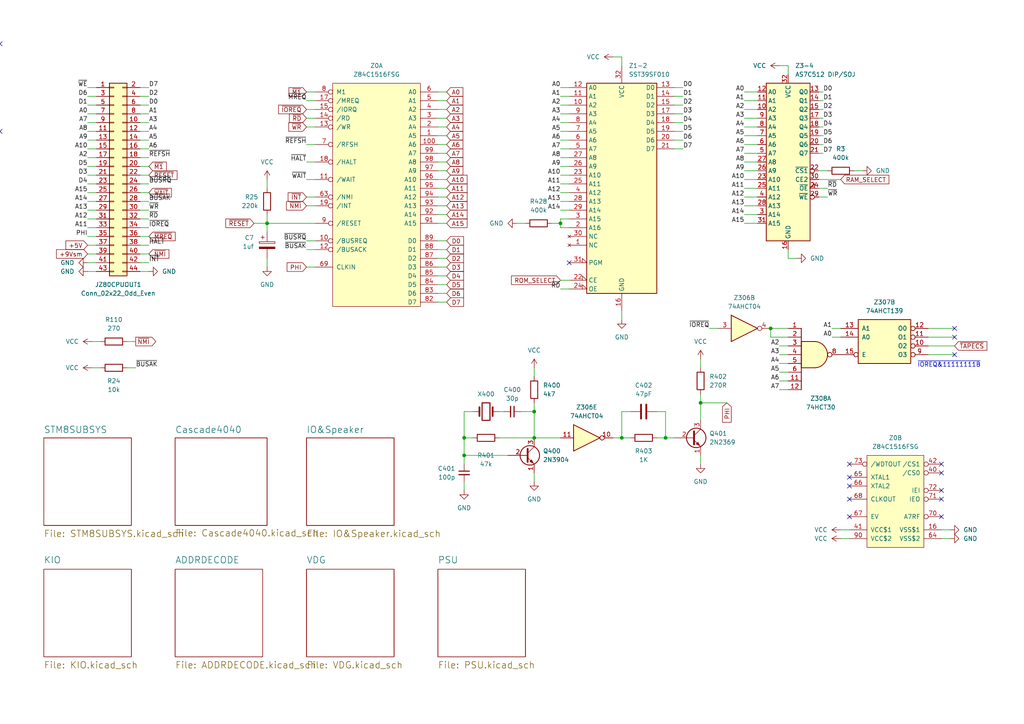
<source format=kicad_sch>
(kicad_sch (version 20211123) (generator eeschema)
  (paper "A4")
  (title_block (title "ACE4NOKB") (date "2020-04-30") (rev "Alpha") (company "Ontobus") (comment 1 "John Bradley") (comment 2 "https://creativecommons.org/licenses/by-nc-sa/4.0/") (comment 3 "Attribution-NonCommercial-ShareAlike 4.0 International License.") (comment 4 "This work is licensed under a Creative Commons "))
  (junction (at 134.62 127))
  (junction (at 162.56 64.77))
  (junction (at 154.94 127))
  (junction (at 180.34 127))
  (junction (at 193.04 127))
  (junction (at 134.62 132.08))
  (junction (at 223.52 95.25))
  (junction (at 77.47 64.77))
  (junction (at 203.2 116.84))
  (junction (at 154.94 119.38))
  (no_connect (at 0 12.7))
  (no_connect (at -15.24 15.24))
  (no_connect (at 165.1 76.2))
  (no_connect (at -15.24 41.91))
  (no_connect (at 246.38 144.78))
  (no_connect (at -15.24 39.37))
  (no_connect (at 0 38.1))
  (no_connect (at 246.38 138.43))
  (no_connect (at 246.38 134.62))
  (no_connect (at 246.38 149.86))
  (no_connect (at 246.38 140.97))
  (no_connect (at 273.05 149.86))
  (no_connect (at 273.05 137.16))
  (no_connect (at 273.05 134.62))
  (no_connect (at 273.05 144.78))
  (no_connect (at 273.05 142.24))
  (no_connect (at -15.24 34.29))
  (no_connect (at -15.24 10.16))
  (no_connect (at -15.24 36.83))
  (no_connect (at 276.86 95.25))
  (no_connect (at 276.86 97.79))
  (no_connect (at 276.86 102.87))
  (wire (pts (xy 219.71 31.75) (xy 215.9 31.75)))
  (wire (pts (xy 190.5 127) (xy 193.04 127)))
  (wire (pts (xy 219.71 57.15) (xy 215.9 57.15)))
  (wire (pts (xy 36.83 99.06) (xy 39.37 99.06)))
  (wire (pts (xy 127 46.99) (xy 129.54 46.99)))
  (wire (pts (xy 27.94 60.96) (xy 25.4 60.96)))
  (wire (pts (xy 154.94 127) (xy 162.56 127)))
  (wire (pts (xy 180.34 16.51) (xy 180.34 19.05)))
  (wire (pts (xy 237.49 31.75) (xy 238.76 31.75)))
  (wire (pts (xy 195.58 35.56) (xy 198.12 35.56)))
  (wire (pts (xy 203.2 114.3) (xy 203.2 116.84)))
  (wire (pts (xy 134.62 142.24) (xy 134.62 139.7)))
  (wire (pts (xy 203.2 132.08) (xy 203.2 134.62)))
  (wire (pts (xy 127 52.07) (xy 129.54 52.07)))
  (wire (pts (xy 152.4 64.77) (xy 149.86 64.77)))
  (wire (pts (xy 246.38 156.21) (xy 243.84 156.21)))
  (wire (pts (xy 228.6 110.49) (xy 226.06 110.49)))
  (wire (pts (xy 40.64 66.04) (xy 43.18 66.04)))
  (wire (pts (xy 226.06 102.87) (xy 228.6 102.87)))
  (wire (pts (xy 203.2 106.68) (xy 203.2 104.14)))
  (wire (pts (xy 237.49 54.61) (xy 240.03 54.61)))
  (wire (pts (xy 195.58 127) (xy 193.04 127)))
  (wire (pts (xy 228.6 100.33) (xy 226.06 100.33)))
  (wire (pts (xy 219.71 39.37) (xy 215.9 39.37)))
  (wire (pts (xy 144.78 127) (xy 154.94 127)))
  (wire (pts (xy 88.9 59.69) (xy 91.44 59.69)))
  (wire (pts (xy 127 77.47) (xy 129.54 77.47)))
  (wire (pts (xy 146.05 119.38) (xy 144.78 119.38)))
  (wire (pts (xy 237.49 44.45) (xy 238.76 44.45)))
  (wire (pts (xy 154.94 137.16) (xy 154.94 139.7)))
  (wire (pts (xy 203.2 116.84) (xy 210.82 116.84)))
  (wire (pts (xy 27.94 53.34) (xy 25.4 53.34)))
  (wire (pts (xy 127 54.61) (xy 129.54 54.61)))
  (wire (pts (xy 182.88 119.38) (xy 180.34 119.38)))
  (wire (pts (xy 77.47 62.23) (xy 77.47 64.77)))
  (wire (pts (xy 195.58 27.94) (xy 198.12 27.94)))
  (wire (pts (xy 269.24 100.33) (xy 276.86 100.33)))
  (wire (pts (xy 237.49 39.37) (xy 238.76 39.37)))
  (wire (pts (xy 223.52 95.25) (xy 228.6 95.25)))
  (wire (pts (xy 27.94 48.26) (xy 25.4 48.26)))
  (wire (pts (xy 165.1 50.8) (xy 162.56 50.8)))
  (wire (pts (xy 91.44 46.99) (xy 88.9 46.99)))
  (wire (pts (xy 36.83 106.68) (xy 39.37 106.68)))
  (wire (pts (xy 127 36.83) (xy 129.54 36.83)))
  (wire (pts (xy 219.71 54.61) (xy 215.9 54.61)))
  (wire (pts (xy 165.1 83.82) (xy 162.56 83.82)))
  (wire (pts (xy 226.06 107.95) (xy 228.6 107.95)))
  (wire (pts (xy 27.94 33.02) (xy 25.4 33.02)))
  (wire (pts (xy 162.56 66.04) (xy 162.56 64.77)))
  (wire (pts (xy 215.9 62.23) (xy 219.71 62.23)))
  (wire (pts (xy 195.58 25.4) (xy 198.12 25.4)))
  (wire (pts (xy 162.56 63.5) (xy 165.1 63.5)))
  (wire (pts (xy 165.1 33.02) (xy 162.56 33.02)))
  (wire (pts (xy 193.04 119.38) (xy 190.5 119.38)))
  (wire (pts (xy 269.24 95.25) (xy 276.86 95.25)))
  (wire (pts (xy 91.44 57.15) (xy 88.9 57.15)))
  (wire (pts (xy 165.1 55.88) (xy 162.56 55.88)))
  (wire (pts (xy 273.05 156.21) (xy 275.59 156.21)))
  (wire (pts (xy 215.9 64.77) (xy 219.71 64.77)))
  (wire (pts (xy 40.64 25.4) (xy 43.18 25.4)))
  (wire (pts (xy 27.94 66.04) (xy 25.4 66.04)))
  (wire (pts (xy 165.1 27.94) (xy 162.56 27.94)))
  (wire (pts (xy 237.49 57.15) (xy 240.03 57.15)))
  (wire (pts (xy 219.71 36.83) (xy 215.9 36.83)))
  (wire (pts (xy 180.34 119.38) (xy 180.34 127)))
  (wire (pts (xy 40.64 55.88) (xy 43.18 55.88)))
  (wire (pts (xy 219.71 41.91) (xy 215.9 41.91)))
  (wire (pts (xy 226.06 113.03) (xy 228.6 113.03)))
  (wire (pts (xy 154.94 116.84) (xy 154.94 119.38)))
  (wire (pts (xy 177.8 127) (xy 180.34 127)))
  (wire (pts (xy 127 31.75) (xy 129.54 31.75)))
  (wire (pts (xy 127 87.63) (xy 129.54 87.63)))
  (wire (pts (xy 40.64 33.02) (xy 43.18 33.02)))
  (wire (pts (xy 40.64 43.18) (xy 43.18 43.18)))
  (wire (pts (xy 127 34.29) (xy 129.54 34.29)))
  (wire (pts (xy 27.94 38.1) (xy 25.4 38.1)))
  (wire (pts (xy 127 49.53) (xy 129.54 49.53)))
  (wire (pts (xy 247.65 49.53) (xy 250.19 49.53)))
  (wire (pts (xy 27.94 35.56) (xy 25.4 35.56)))
  (wire (pts (xy 77.47 64.77) (xy 91.44 64.77)))
  (wire (pts (xy 91.44 31.75) (xy 88.9 31.75)))
  (wire (pts (xy 29.21 106.68) (xy 26.67 106.68)))
  (wire (pts (xy 27.94 40.64) (xy 25.4 40.64)))
  (wire (pts (xy 27.94 58.42) (xy 25.4 58.42)))
  (wire (pts (xy 165.1 45.72) (xy 162.56 45.72)))
  (wire (pts (xy 237.49 49.53) (xy 240.03 49.53)))
  (wire (pts (xy 246.38 153.67) (xy 243.84 153.67)))
  (wire (pts (xy 160.02 64.77) (xy 162.56 64.77)))
  (wire (pts (xy 27.94 25.4) (xy 25.4 25.4)))
  (wire (pts (xy 193.04 127) (xy 193.04 119.38)))
  (wire (pts (xy 195.58 43.18) (xy 198.12 43.18)))
  (wire (pts (xy 165.1 81.28) (xy 162.56 81.28)))
  (wire (pts (xy 40.64 71.12) (xy 43.18 71.12)))
  (wire (pts (xy 208.28 95.25) (xy 205.74 95.25)))
  (wire (pts (xy 91.44 26.67) (xy 88.9 26.67)))
  (wire (pts (xy 180.34 16.51) (xy 177.8 16.51)))
  (wire (pts (xy 27.94 30.48) (xy 25.4 30.48)))
  (wire (pts (xy 165.1 60.96) (xy 162.56 60.96)))
  (wire (pts (xy 127 69.85) (xy 129.54 69.85)))
  (wire (pts (xy 91.44 52.07) (xy 88.9 52.07)))
  (wire (pts (xy 195.58 40.64) (xy 198.12 40.64)))
  (wire (pts (xy 228.6 97.79) (xy 223.52 97.79)))
  (wire (pts (xy 127 59.69) (xy 129.54 59.69)))
  (wire (pts (xy 269.24 97.79) (xy 276.86 97.79)))
  (wire (pts (xy 154.94 127) (xy 154.94 119.38)))
  (wire (pts (xy 134.62 119.38) (xy 137.16 119.38)))
  (wire (pts (xy 43.18 73.66) (xy 40.64 73.66)))
  (wire (pts (xy 88.9 69.85) (xy 91.44 69.85)))
  (wire (pts (xy 203.2 116.84) (xy 203.2 121.92)))
  (wire (pts (xy 219.71 49.53) (xy 215.9 49.53)))
  (wire (pts (xy 127 57.15) (xy 129.54 57.15)))
  (wire (pts (xy 127 72.39) (xy 129.54 72.39)))
  (wire (pts (xy 165.1 30.48) (xy 162.56 30.48)))
  (wire (pts (xy 226.06 19.05) (xy 228.6 19.05)))
  (wire (pts (xy 165.1 66.04) (xy 162.56 66.04)))
  (wire (pts (xy 91.44 29.21) (xy 88.9 29.21)))
  (wire (pts (xy 162.56 64.77) (xy 162.56 63.5)))
  (wire (pts (xy 165.1 48.26) (xy 162.56 48.26)))
  (wire (pts (xy 91.44 77.47) (xy 88.9 77.47)))
  (wire (pts (xy 88.9 41.91) (xy 91.44 41.91)))
  (wire (pts (xy 219.71 46.99) (xy 215.9 46.99)))
  (wire (pts (xy 165.1 43.18) (xy 162.56 43.18)))
  (wire (pts (xy 127 29.21) (xy 129.54 29.21)))
  (wire (pts (xy 195.58 38.1) (xy 198.12 38.1)))
  (wire (pts (xy 219.71 52.07) (xy 215.9 52.07)))
  (wire (pts (xy 127 62.23) (xy 129.54 62.23)))
  (wire (pts (xy 40.64 53.34) (xy 43.18 53.34)))
  (wire (pts (xy 134.62 127) (xy 134.62 132.08)))
  (wire (pts (xy 134.62 132.08) (xy 147.32 132.08)))
  (wire (pts (xy 127 85.09) (xy 129.54 85.09)))
  (wire (pts (xy 91.44 34.29) (xy 88.9 34.29)))
  (wire (pts (xy 165.1 25.4) (xy 162.56 25.4)))
  (wire (pts (xy 40.64 78.74) (xy 43.18 78.74)))
  (wire (pts (xy 237.49 29.21) (xy 238.76 29.21)))
  (wire (pts (xy 237.49 36.83) (xy 238.76 36.83)))
  (wire (pts (xy 127 44.45) (xy 129.54 44.45)))
  (wire (pts (xy 127 64.77) (xy 129.54 64.77)))
  (wire (pts (xy 127 26.67) (xy 129.54 26.67)))
  (wire (pts (xy 269.24 102.87) (xy 276.86 102.87)))
  (wire (pts (xy 223.52 97.79) (xy 223.52 95.25)))
  (wire (pts (xy 40.64 38.1) (xy 43.18 38.1)))
  (wire (pts (xy 27.94 55.88) (xy 25.4 55.88)))
  (wire (pts (xy 40.64 76.2) (xy 43.18 76.2)))
  (wire (pts (xy 29.21 99.06) (xy 26.67 99.06)))
  (wire (pts (xy 127 41.91) (xy 129.54 41.91)))
  (wire (pts (xy 40.64 27.94) (xy 43.18 27.94)))
  (wire (pts (xy 165.1 40.64) (xy 162.56 40.64)))
  (wire (pts (xy 127 82.55) (xy 129.54 82.55)))
  (wire (pts (xy 27.94 43.18) (xy 25.4 43.18)))
  (wire (pts (xy 127 39.37) (xy 129.54 39.37)))
  (wire (pts (xy 25.4 76.2) (xy 27.94 76.2)))
  (wire (pts (xy 91.44 72.39) (xy 88.9 72.39)))
  (wire (pts (xy 134.62 127) (xy 137.16 127)))
  (wire (pts (xy 273.05 153.67) (xy 275.59 153.67)))
  (wire (pts (xy 228.6 19.05) (xy 228.6 21.59)))
  (wire (pts (xy 219.71 34.29) (xy 215.9 34.29)))
  (wire (pts (xy 237.49 26.67) (xy 238.76 26.67)))
  (wire (pts (xy 40.64 48.26) (xy 43.18 48.26)))
  (wire (pts (xy 40.64 68.58) (xy 43.18 68.58)))
  (wire (pts (xy 27.94 50.8) (xy 25.4 50.8)))
  (wire (pts (xy 165.1 35.56) (xy 162.56 35.56)))
  (wire (pts (xy 134.62 119.38) (xy 134.62 127)))
  (wire (pts (xy 91.44 36.83) (xy 88.9 36.83)))
  (wire (pts (xy 27.94 63.5) (xy 25.4 63.5)))
  (wire (pts (xy 215.9 59.69) (xy 219.71 59.69)))
  (wire (pts (xy 27.94 68.58) (xy 25.4 68.58)))
  (wire (pts (xy 77.47 52.07) (xy 77.47 54.61)))
  (wire (pts (xy 241.3 95.25) (xy 243.84 95.25)))
  (wire (pts (xy 27.94 27.94) (xy 25.4 27.94)))
  (wire (pts (xy 154.94 109.22) (xy 154.94 106.68)))
  (wire (pts (xy 40.64 50.8) (xy 43.18 50.8)))
  (wire (pts (xy 165.1 38.1) (xy 162.56 38.1)))
  (wire (pts (xy 241.3 97.79) (xy 243.84 97.79)))
  (wire (pts (xy 237.49 41.91) (xy 238.76 41.91)))
  (wire (pts (xy 77.47 64.77) (xy 77.47 67.31)))
  (wire (pts (xy 219.71 44.45) (xy 215.9 44.45)))
  (wire (pts (xy 228.6 105.41) (xy 226.06 105.41)))
  (wire (pts (xy 180.34 90.17) (xy 180.34 92.71)))
  (wire (pts (xy 73.66 64.77) (xy 77.47 64.77)))
  (wire (pts (xy 237.49 34.29) (xy 238.76 34.29)))
  (wire (pts (xy 40.64 63.5) (xy 43.18 63.5)))
  (wire (pts (xy 195.58 33.02) (xy 198.12 33.02)))
  (wire (pts (xy 27.94 45.72) (xy 25.4 45.72)))
  (wire (pts (xy 127 80.01) (xy 129.54 80.01)))
  (wire (pts (xy 151.13 119.38) (xy 154.94 119.38)))
  (wire (pts (xy 228.6 72.39) (xy 228.6 74.93)))
  (wire (pts (xy 219.71 29.21) (xy 215.9 29.21)))
  (wire (pts (xy 40.64 40.64) (xy 43.18 40.64)))
  (wire (pts (xy 40.64 35.56) (xy 43.18 35.56)))
  (wire (pts (xy 180.34 127) (xy 182.88 127)))
  (wire (pts (xy 243.84 52.07) (xy 237.49 52.07)))
  (wire (pts (xy 27.94 73.66) (xy 25.4 73.66)))
  (wire (pts (xy 40.64 60.96) (xy 43.18 60.96)))
  (wire (pts (xy 127 74.93) (xy 129.54 74.93)))
  (wire (pts (xy 40.64 30.48) (xy 43.18 30.48)))
  (wire (pts (xy 40.64 45.72) (xy 43.18 45.72)))
  (wire (pts (xy 27.94 78.74) (xy 25.4 78.74)))
  (wire (pts (xy 27.94 71.12) (xy 25.4 71.12)))
  (wire (pts (xy 195.58 30.48) (xy 198.12 30.48)))
  (wire (pts (xy 40.64 58.42) (xy 43.18 58.42)))
  (wire (pts (xy 165.1 58.42) (xy 162.56 58.42)))
  (wire (pts (xy 165.1 53.34) (xy 162.56 53.34)))
  (wire (pts (xy 228.6 74.93) (xy 231.14 74.93)))
  (wire (pts (xy 219.71 26.67) (xy 215.9 26.67)))
  (wire (pts (xy 134.62 132.08) (xy 134.62 134.62)))
  (wire (pts (xy 77.47 77.47) (xy 77.47 74.93)))
  (text "~{IOREQ&11111111B}" (at 284.48 106.68 180) (effects (font (size 1.27 1.27)) (justify right bottom)))
  (label "A0" (at 162.56 25.4 0))
  (label "A5" (at 43.18 40.64 0))
  (label "A7" (at 226.06 113.03 0))
  (label "A4" (at 226.06 105.41 0))
  (label "A2" (at 226.06 100.33 0))
  (label "D6" (at 238.76 41.91 0))
  (label "~{IOREQ}" (at 43.18 66.04 0))
  (label "A4" (at 43.18 38.1 0))
  (label "D6" (at 198.12 40.64 0))
  (label "D3" (at 238.76 34.29 0))
  (label "A8" (at 25.4 38.1 0))
  (label "D5" (at 25.4 48.26 0))
  (label "~{MREQ}" (at 88.9 29.21 0))
  (label "D0" (at 238.76 26.67 0))
  (label "~{RD}" (at 162.56 83.82 0))
  (label "A3" (at 215.9 34.29 0))
  (label "A9" (at 25.4 40.64 0))
  (label "~{BUSRQ}" (at 43.18 53.34 0))
  (label "D3" (at 198.12 33.02 0))
  (label "~{WR}" (at 240.03 57.15 0))
  (label "A3" (at 162.56 33.02 0))
  (label "~{REFSH}" (at 43.18 45.72 0))
  (label "~{INT}" (at 43.18 76.2 0))
  (label "A1" (at 215.9 29.21 0))
  (label "~{WAIT}" (at 88.9 52.07 0))
  (label "D1" (at 25.4 30.48 0))
  (label "D4" (at 25.4 53.34 0))
  (label "A7" (at 162.56 43.18 0))
  (label "~{IOREQ}" (at 205.74 95.25 0))
  (label "A15" (at 25.4 55.88 0))
  (label "D6" (at 25.4 27.94 0))
  (label "D7" (at 43.18 25.4 0))
  (label "A12" (at 162.56 55.88 0))
  (label "D4" (at 198.12 35.56 0))
  (label "A10" (at 25.4 43.18 0))
  (label "A12" (at 25.4 63.5 0))
  (label "A14" (at 162.56 60.96 0))
  (label "~{RD}" (at 43.18 63.5 0))
  (label "D3" (at 25.4 50.8 0))
  (label "A2" (at 215.9 31.75 0))
  (label "~{BUSRQ}" (at 88.9 69.85 0))
  (label "A13" (at 25.4 60.96 0))
  (label "A12" (at 215.9 57.15 0))
  (label "A5" (at 226.06 107.95 0))
  (label "A4" (at 162.56 35.56 0))
  (label "A6" (at 43.18 43.18 0))
  (label "A9" (at 162.56 48.26 0))
  (label "A7" (at 215.9 44.45 0))
  (label "D1" (at 238.76 29.21 0))
  (label "~{REFSH}" (at 88.9 41.91 0))
  (label "D2" (at 43.18 27.94 0))
  (label "A4" (at 215.9 36.83 0))
  (label "A11" (at 25.4 66.04 0))
  (label "A5" (at 162.56 38.1 0))
  (label "D0" (at 198.12 25.4 0))
  (label "D2" (at 198.12 30.48 0))
  (label "A9" (at 215.9 49.53 0))
  (label "A7" (at 25.4 35.56 0))
  (label "D0" (at 43.18 30.48 0))
  (label "A0" (at 215.9 26.67 0))
  (label "A0" (at 25.4 33.02 0))
  (label "~{BUSAK}" (at 43.18 58.42 0))
  (label "A6" (at 226.06 110.49 0))
  (label "~{RD}" (at 240.03 54.61 0))
  (label "A8" (at 162.56 45.72 0))
  (label "D2" (at 238.76 31.75 0))
  (label "PHI" (at 25.4 68.58 0))
  (label "D7" (at 238.76 44.45 0))
  (label "~{HALT}" (at 88.9 46.99 0))
  (label "~{BUSAK}" (at 88.9 72.39 0))
  (label "~{WE}" (at 25.4 25.4 0))
  (label "A13" (at 215.9 59.69 0))
  (label "A2" (at 25.4 45.72 0))
  (label "A14" (at 25.4 58.42 0))
  (label "A1" (at 241.3 95.25 0))
  (label "A11" (at 215.9 54.61 0))
  (label "A11" (at 162.56 53.34 0))
  (label "A1" (at 162.56 27.94 0))
  (label "A2" (at 162.56 30.48 0))
  (label "~{BUSAK}" (at 39.37 106.68 0))
  (label "A10" (at 215.9 52.07 0))
  (label "A14" (at 215.9 62.23 0))
  (label "A10" (at 162.56 50.8 0))
  (label "~{WR}" (at 43.18 60.96 0))
  (label "A3" (at 226.06 102.87 0))
  (label "~{HALT}" (at 43.18 71.12 0))
  (label "A0" (at 241.3 97.79 0))
  (label "A1" (at 43.18 33.02 0))
  (label "A3" (at 43.18 35.56 0))
  (label "A5" (at 215.9 39.37 0))
  (label "D5" (at 238.76 39.37 0))
  (label "D7" (at 198.12 43.18 0))
  (label "A13" (at 162.56 58.42 0))
  (label "A6" (at 215.9 41.91 0))
  (label "D5" (at 198.12 38.1 0))
  (label "A15" (at 215.9 64.77 180))
  (label "D4" (at 238.76 36.83 0))
  (label "A8" (at 215.9 46.99 0))
  (label "A6" (at 162.56 40.64 0))
  (label "D1" (at 198.12 27.94 0))
  (global_label "A0" (shape input) (at 129.54 26.67 0) (property "Intersheetrefs" "${INTERSHEET_REFS}" (at 134.1623 26.5906 0) (effects (justify left))))
  (global_label "+5V" (shape input) (at 25.4 71.12 180) (property "Intersheetrefs" "${INTERSHEET_REFS}" (at 19.2053 71.0406 0) (effects (justify right))))
  (global_label "A13" (shape input) (at 129.54 59.69 0) (property "Intersheetrefs" "${INTERSHEET_REFS}" (at 135.3718 59.6106 0) (effects (justify left))))
  (global_label "D3" (shape input) (at 129.54 77.47 0) (property "Intersheetrefs" "${INTERSHEET_REFS}" (at 135.4323 77.3906 0) (effects (justify left))))
  (global_label "D5" (shape input) (at 129.54 82.55 0) (property "Intersheetrefs" "${INTERSHEET_REFS}" (at 135.4323 82.4706 0) (effects (justify left))))
  (global_label "+9Vsm" (shape input) (at 25.4 73.66 180) (property "Intersheetrefs" "${INTERSHEET_REFS}" (at 16.4839 73.5806 0) (effects (justify right))))
  (global_label "A6" (shape input) (at 129.54 41.91 0) (property "Intersheetrefs" "${INTERSHEET_REFS}" (at 134.1623 41.8306 0) (effects (justify left))))
  (global_label "A7" (shape input) (at 129.54 44.45 0) (property "Intersheetrefs" "${INTERSHEET_REFS}" (at 134.1623 44.3706 0) (effects (justify left))))
  (global_label "~{TAPECS}" (shape input) (at 276.86 100.33 0) (property "Intersheetrefs" "${INTERSHEET_REFS}" (at 286.139 100.2506 0) (effects (justify left))))
  (global_label "~{MREQ}" (shape input) (at 43.18 68.58 0) (property "Intersheetrefs" "${INTERSHEET_REFS}" (at 50.7052 68.5006 0) (effects (justify left))))
  (global_label "D6" (shape input) (at 129.54 85.09 0) (property "Intersheetrefs" "${INTERSHEET_REFS}" (at 135.4323 85.0106 0) (effects (justify left))))
  (global_label "~{M1}" (shape input) (at 88.9 26.67 180) (property "Intersheetrefs" "${INTERSHEET_REFS}" (at 83.9148 26.5906 0) (effects (justify right))))
  (global_label "~{NMI}" (shape input) (at 88.9 59.69 180) (property "Intersheetrefs" "${INTERSHEET_REFS}" (at 83.1891 59.6106 0) (effects (justify right))))
  (global_label "A1" (shape input) (at 129.54 29.21 0) (property "Intersheetrefs" "${INTERSHEET_REFS}" (at 134.1623 29.1306 0) (effects (justify left))))
  (global_label "~{WR}" (shape input) (at 88.9 36.83 180) (property "Intersheetrefs" "${INTERSHEET_REFS}" (at 83.8544 36.7506 0) (effects (justify right))))
  (global_label "D0" (shape input) (at 129.54 69.85 0) (property "Intersheetrefs" "${INTERSHEET_REFS}" (at 135.4323 69.7706 0) (effects (justify left))))
  (global_label "D7" (shape input) (at 129.54 87.63 0) (property "Intersheetrefs" "${INTERSHEET_REFS}" (at 135.4323 87.5506 0) (effects (justify left))))
  (global_label "A11" (shape input) (at 129.54 54.61 0) (property "Intersheetrefs" "${INTERSHEET_REFS}" (at 135.3718 54.5306 0) (effects (justify left))))
  (global_label "A14" (shape input) (at 129.54 62.23 0) (property "Intersheetrefs" "${INTERSHEET_REFS}" (at 135.3718 62.1506 0) (effects (justify left))))
  (global_label "~{INT}" (shape input) (at 88.9 57.15 180) (property "Intersheetrefs" "${INTERSHEET_REFS}" (at 83.6729 57.0706 0) (effects (justify right))))
  (global_label "D1" (shape input) (at 129.54 72.39 0) (property "Intersheetrefs" "${INTERSHEET_REFS}" (at 135.4323 72.3106 0) (effects (justify left))))
  (global_label "A4" (shape input) (at 129.54 36.83 0) (property "Intersheetrefs" "${INTERSHEET_REFS}" (at 134.1623 36.7506 0) (effects (justify left))))
  (global_label "~{RD}" (shape input) (at 88.9 34.29 180) (property "Intersheetrefs" "${INTERSHEET_REFS}" (at 84.0358 34.2106 0) (effects (justify right))))
  (global_label "A5" (shape input) (at 129.54 39.37 0) (property "Intersheetrefs" "${INTERSHEET_REFS}" (at 134.1623 39.2906 0) (effects (justify left))))
  (global_label "~{NMI}" (shape output) (at 39.37 99.06 0) (property "Intersheetrefs" "${INTERSHEET_REFS}" (at 45.0809 98.9806 0) (effects (justify left))))
  (global_label "A9" (shape input) (at 129.54 49.53 0) (property "Intersheetrefs" "${INTERSHEET_REFS}" (at 134.1623 49.4506 0) (effects (justify left))))
  (global_label "~{RESET}" (shape input) (at 43.18 50.8 0) (property "Intersheetrefs" "${INTERSHEET_REFS}" (at 51.2494 50.7206 0) (effects (justify left))))
  (global_label "RAM_SELECT" (shape input) (at 243.84 52.07 0) (property "Intersheetrefs" "${INTERSHEET_REFS}" (at 257.7152 51.9906 0) (effects (justify left))))
  (global_label "A10" (shape input) (at 129.54 52.07 0) (property "Intersheetrefs" "${INTERSHEET_REFS}" (at 135.3718 51.9906 0) (effects (justify left))))
  (global_label "A2" (shape input) (at 129.54 31.75 0) (property "Intersheetrefs" "${INTERSHEET_REFS}" (at 134.1623 31.6706 0) (effects (justify left))))
  (global_label "~{NMI}" (shape input) (at 43.18 73.66 0) (property "Intersheetrefs" "${INTERSHEET_REFS}" (at 48.8909 73.5806 0) (effects (justify left))))
  (global_label "A15" (shape input) (at 129.54 64.77 0) (property "Intersheetrefs" "${INTERSHEET_REFS}" (at 135.3718 64.6906 0) (effects (justify left))))
  (global_label "PHI" (shape input) (at 88.9 77.47 180) (property "Intersheetrefs" "${INTERSHEET_REFS}" (at 83.3706 77.3906 0) (effects (justify right))))
  (global_label "~{M1}" (shape input) (at 43.18 48.26 0) (property "Intersheetrefs" "${INTERSHEET_REFS}" (at 48.1652 48.1806 0) (effects (justify left))))
  (global_label "A8" (shape input) (at 129.54 46.99 0) (property "Intersheetrefs" "${INTERSHEET_REFS}" (at 134.1623 46.9106 0) (effects (justify left))))
  (global_label "~{RESET}" (shape input) (at 73.66 64.77 180) (property "Intersheetrefs" "${INTERSHEET_REFS}" (at 65.5906 64.6906 0) (effects (justify right))))
  (global_label "D4" (shape input) (at 129.54 80.01 0) (property "Intersheetrefs" "${INTERSHEET_REFS}" (at 135.4323 79.9306 0) (effects (justify left))))
  (global_label "~{IOREQ}" (shape input) (at 88.9 31.75 180) (property "Intersheetrefs" "${INTERSHEET_REFS}" (at 80.891 31.6706 0) (effects (justify right))))
  (global_label "A3" (shape input) (at 129.54 34.29 0) (property "Intersheetrefs" "${INTERSHEET_REFS}" (at 134.1623 34.2106 0) (effects (justify left))))
  (global_label "A12" (shape input) (at 129.54 57.15 0) (property "Intersheetrefs" "${INTERSHEET_REFS}" (at 135.3718 57.0706 0) (effects (justify left))))
  (global_label "ROM_SELECT" (shape input) (at 162.56 81.28 180) (property "Intersheetrefs" "${INTERSHEET_REFS}" (at 148.4429 81.2006 0) (effects (justify right))))
  (global_label "~{WAIT}" (shape input) (at 43.18 55.88 0) (property "Intersheetrefs" "${INTERSHEET_REFS}" (at 49.6166 55.8006 0) (effects (justify left))))
  (global_label "PHI" (shape input) (at 210.82 116.84 270) (property "Intersheetrefs" "${INTERSHEET_REFS}" (at 210.7406 122.3694 90) (effects (justify right))))
  (global_label "D2" (shape input) (at 129.54 74.93 0) (property "Intersheetrefs" "${INTERSHEET_REFS}" (at 135.4323 74.8506 0) (effects (justify left))))
  (symbol (lib_id "power:GND") (at 203.2 134.62 0) (unit 1)
    (property "Reference" "#0103" (effects hide))
    (property "Value" "GND" (at 203.2 139.7 0))
  )
  (symbol (lib_id "Zilog_Z80:Z84C15-QFP_ALT1") (at 96.52 24.13 0) (unit 1)
    (property "Reference" "Z0" (at 109.22 19.05 0))
    (property "Value" "Z84C1516FSG " (at 109.22 21.59 0))
    (property "Footprint" "Package_QFP:PQFP-100_14x20mm_P0.65mm" (effects hide))
    (property "Datasheet" "https://www.mouser.co.uk/datasheet/2/450/ps0182-18334.pdf" (effects hide))
    (property "Manufacturer_Name" "Zilog" (effects hide))
    (property "Manufacturer_Part_Number" "Z84C00" (effects hide))
  )
  (symbol (lib_id "Mechanical:MountingHole") (at -54.483 136.525 0) (unit 1)
    (property "Reference" "HTL1" (at -49.53 135.2549 0) (effects (justify left)))
    (property "Value" "MountingHole" (at -49.53 137.7949 0) (effects (justify left)))
    (property "Footprint" "MountingHole:MountingHole_2.5mm" (effects hide))
  )
  (symbol (lib_id "Mechanical:MountingHole") (at -34.798 136.525 0) (unit 1)
    (property "Reference" "HTR1" (at -30.48 135.2549 0) (effects (justify left)))
    (property "Value" "MountingHole" (at -30.48 137.7949 0) (effects (justify left)))
    (property "Footprint" "MountingHole:MountingHole_2.5mm" (effects hide))
  )
  (symbol (lib_id "Mechanical:MountingHole") (at -54.356 142.24 0) (unit 1)
    (property "Reference" "HBL1" (at -49.53 140.9699 0) (effects (justify left)))
    (property "Value" "MountingHole" (at -49.53 143.5099 0) (effects (justify left)))
    (property "Footprint" "MountingHole:MountingHole_2.5mm" (effects hide))
  )
  (symbol (lib_id "Mechanical:MountingHole") (at -34.671 142.24 0) (unit 1)
    (property "Reference" "HBR1" (at -30.48 140.9699 0) (effects (justify left)))
    (property "Value" "MountingHole" (at -30.48 143.5099 0) (effects (justify left)))
    (property "Footprint" "MountingHole:MountingHole_2.5mm" (effects hide))
  )
  (symbol (lib_id "ExtraSymbols:SST39SF010-FULLPIN") (at 180.34 55.88 0) (unit 1)
    (property "Reference" "Z1-2" (at 182.3594 19.05 0) (effects (justify left)))
    (property "Value" "SST39SF010" (at 182.3594 21.59 0) (effects (justify left)))
    (property "Footprint" "ExtraFootprints:PLCC-32_THT-Socket" (effects hide))
    (property "Datasheet" "http://ww1.microchip.com/downloads/en/DeviceDoc/25022B.pdf" (effects hide))
    (property "Manufacturer_Name" "Microchip Technology" (effects hide))
    (property "Manufacturer_Part_Number" "SST39SF010A-45-4I-NHE" (effects hide))
  )
  (symbol (lib_id "Device:R") (at 33.02 99.06 90) (unit 1)
    (property "Reference" "R110" (at 33.02 92.71 90))
    (property "Value" "270" (at 33.02 95.25 90))
    (property "Footprint" "Resistor_THT:R_Axial_DIN0204_L3.6mm_D1.6mm_P1.90mm_Vertical" (effects hide))
    (property "Manufacturer_Name" "Vishay" (effects hide))
    (property "Manufacturer_Part_Number" "CCF07270RGKE36" (effects hide))
  )
  (symbol (lib_id "power:VCC") (at 26.67 99.06 90) (unit 1)
    (property "Reference" "#~PWR0147" (effects hide))
    (property "Value" "VCC" (at 22.86 99.0599 90) (effects (justify left)))
  )
  (symbol (lib_id "Device:C_Polarized") (at 77.47 71.12 0) (unit 1)
    (property "Reference" "C7" (at 73.66 68.9609 0) (effects (justify right)))
    (property "Value" "1uf" (at 73.66 71.5009 0) (effects (justify right)))
    (property "Footprint" "Capacitor_THT:CP_Radial_D5.0mm_P2.00mm" (effects hide))
    (property "Manufacturer_Name" "Lelon" (effects hide))
    (property "Manufacturer_Part_Number" "REA010M2CBK-0511P" (effects hide))
  )
  (symbol (lib_id "zilogfront:ZilogFront") (at -36.83 102.235 0) (unit 1)
    (property "Reference" "Logo1" (at -27.94 96.52 0))
    (property "Value" "ZilogFront" (at -27.94 99.06 0))
    (property "Footprint" "ExtraFootprints:ZilogInsideFront" (effects hide))
  )
  (symbol (lib_id "zilogback:ZilogBack") (at -36.195 114.3 0) (unit 1)
    (property "Reference" "Logo2" (at -27.305 107.95 0))
    (property "Value" "ZilogBack" (at -27.305 110.49 0))
    (property "Footprint" "ExtraFootprints:ZilogInsideBack" (effects hide))
  )
  (symbol (lib_id "74xx:74LS139") (at 256.54 97.79 0) (unit 2)
    (property "Reference" "Z307" (at 256.54 87.63 0))
    (property "Value" "74AHCT139" (at 256.54 90.17 0))
    (property "Footprint" "Package_DIP:DIP-16_W7.62mm_Socket" (effects hide))
    (property "Datasheet" "http://www.ti.com/lit/ds/symlink/sn74ls139a.pdf" (effects hide))
    (property "Manufacturer_Name" "Texas Instruments" (effects hide))
    (property "Manufacturer_Part_Number" "SN74AHCT139N " (effects hide))
  )
  (symbol (lib_id "Device:R") (at 156.21 64.77 90) (unit 1)
    (property "Reference" "R428" (at 156.21 58.42 90))
    (property "Value" "400k" (at 156.21 60.96 90))
    (property "Footprint" "Resistor_THT:R_Axial_DIN0204_L3.6mm_D1.6mm_P1.90mm_Vertical" (effects hide))
    (property "Manufacturer_Name" "Vishay" (effects hide))
    (property "Manufacturer_Part_Number" "RN55D4003FB14" (effects hide))
  )
  (symbol (lib_id "power:GND") (at 149.86 64.77 270) (unit 1)
    (property "Reference" "#~PWR0114" (effects hide))
    (property "Value" "GND" (at 146.05 64.7699 90) (effects (justify right)))
  )
  (symbol (lib_id "power:VCC") (at 154.94 106.68 0) (unit 1)
    (property "Reference" "#0119" (effects hide))
    (property "Value" "VCC" (at 154.94 101.6 0))
  )
  (symbol (lib_id "power:GND") (at 154.94 139.7 0) (unit 1)
    (property "Reference" "#0120" (effects hide))
    (property "Value" "GND" (at 154.94 144.78 0))
  )
  (symbol (lib_id "Device:Crystal") (at 140.97 119.38 0) (unit 1)
    (property "Reference" "X400" (at 140.97 114.3 0))
    (property "Value" "CRYSTALHC49U-V 6.5MHz" (effects hide))
    (property "Footprint" "Crystal:Crystal_HC49-U_Vertical" (effects hide))
    (property "Manufacturer_Name" "ECS" (effects hide))
    (property "Manufacturer_Part_Number" "ECS-65-20-4X" (effects hide))
  )
  (symbol (lib_id "power:GND") (at 134.62 142.24 0) (unit 1)
    (property "Reference" "#0121" (effects hide))
    (property "Value" "GND" (at 134.62 147.32 0))
  )
  (symbol (lib_id "Device:C_Small") (at 134.62 137.16 0) (unit 1)
    (property "Reference" "C401" (at 132.08 135.8962 0) (effects (justify right)))
    (property "Value" "100p" (at 132.08 138.4362 0) (effects (justify right)))
    (property "Footprint" "Capacitor_THT:C_Disc_D5.0mm_W2.5mm_P5.00mm" (effects hide))
    (property "Manufacturer_Name" "Vishay / BC Components " (effects hide))
    (property "Manufacturer_Part_Number" "K101J15C0GH5UH5" (effects hide))
  )
  (symbol (lib_id "Device:R") (at 140.97 127 90) (unit 1)
    (property "Reference" "R401" (at 140.97 132.08 90))
    (property "Value" "47k" (at 140.97 134.62 90))
    (property "Footprint" "Resistor_THT:R_Axial_DIN0204_L3.6mm_D1.6mm_P1.90mm_Vertical" (effects hide))
    (property "Manufacturer_Name" "Vishay" (effects hide))
    (property "Manufacturer_Part_Number" "CCF0747K0GKE36" (effects hide))
  )
  (symbol (lib_id "Device:R") (at 154.94 113.03 0) (unit 1)
    (property "Reference" "R400" (at 157.48 111.7599 0) (effects (justify left)))
    (property "Value" "4k7" (at 157.48 114.2999 0) (effects (justify left)))
    (property "Footprint" "Resistor_THT:R_Axial_DIN0204_L3.6mm_D1.6mm_P1.90mm_Vertical" (effects hide))
    (property "Manufacturer_Name" "Vishay" (effects hide))
    (property "Manufacturer_Part_Number" "MBA02040C4701FC100" (effects hide))
  )
  (symbol (lib_id "Device:C_Small") (at 148.59 119.38 270) (unit 1)
    (property "Reference" "C400" (at 148.5836 113.03 90))
    (property "Value" "30p" (at 148.5836 115.57 90))
    (property "Footprint" "Capacitor_THT:C_Disc_D3.8mm_W2.6mm_P2.50mm" (effects hide))
    (property "Manufacturer_Name" "AVX" (effects hide))
    (property "Manufacturer_Part_Number" "SR151A300JAR" (effects hide))
  )
  (symbol (lib_id "Transistor_BJT:2N3904") (at 152.4 132.08 0) (unit 1)
    (property "Reference" "Q400" (at 157.48 130.8099 0) (effects (justify left)))
    (property "Value" "2N3904" (at 157.48 133.3499 0) (effects (justify left)))
    (property "Footprint" "Package_TO_SOT_THT:TO-92_Inline" (effects hide))
    (property "Datasheet" "https://www.onsemi.com/pub/Collateral/2N3903-D.PDF" (effects hide))
    (property "Manufacturer_Name" "Rectron" (effects hide))
    (property "Manufacturer_Part_Number" "2N3904" (effects hide))
  )
  (symbol (lib_id "74xx:74LS04") (at 170.18 127 0) (unit 5)
    (property "Reference" "Z306" (at 170.18 118.11 0))
    (property "Value" "74AHCT04" (at 170.18 120.65 0))
    (property "Footprint" "Package_DIP:DIP-14_W7.62mm_Socket" (effects hide))
    (property "Datasheet" "http://www.ti.com/lit/gpn/sn74LS04" (effects hide))
    (property "Manufacturer_Name" "Texas Instruments" (effects hide))
    (property "Manufacturer_Part_Number" "SN74AHCT04N" (effects hide))
  )
  (symbol (lib_id "74xx:74LS00") (at -7.62 12.7 0) (unit 4)
    (property "Reference" "Z19" (at -7.62 3.81 0))
    (property "Value" "74AHCT00" (at -7.62 6.35 0))
    (property "Footprint" "Package_DIP:DIP-14_W7.62mm_Socket" (effects hide))
    (property "Datasheet" "http://www.ti.com/lit/gpn/sn74ls00" (effects hide))
    (property "Manufacturer_Name" "Texas Instruments" (effects hide))
    (property "Manufacturer_Part_Number" "SN74AHCT00NE4" (effects hide))
  )
  (symbol (lib_id "Connector_Generic:Conn_02x22_Odd_Even") (at 33.02 50.8 0) (unit 1)
    (property "Reference" "JZ80CPUOUT1" (at 34.29 82.55 0))
    (property "Value" "Conn_02x22_Odd_Even" (at 34.29 85.09 0))
    (property "Footprint" "Connector_PinHeader_2.54mm:PinHeader_2x22_P2.54mm_Vertical" (effects hide))
    (property "Manufacturer_Name" "Amphenol FCI" (effects hide))
    (property "Manufacturer_Part_Number" "10129381-922002BLF" (effects hide))
  )
  (symbol (lib_id "74xx-FIX:74LS21") (at -7.62 38.1 0) (unit 2)
    (property "Reference" "Z404" (at -7.62 27.94 0))
    (property "Value" "74HCT21" (at -7.62 30.48 0))
    (property "Footprint" "Package_DIP:DIP-14_W7.62mm_Socket" (effects hide))
    (property "Datasheet" "http://www.ti.com/lit/gpn/sn74LS21" (effects hide))
    (property "Manufacturer_Name" "Texas Instruments" (effects hide))
    (property "Manufacturer_Part_Number" "CD74HCT21E" (effects hide))
  )
  (symbol (lib_id "74xx-FIX:74LS30") (at 236.22 102.87 0) (unit 1)
    (property "Reference" "Z308" (at 238.0615 115.57 0))
    (property "Value" "74HCT30" (at 238.0615 118.11 0))
    (property "Footprint" "Package_DIP:DIP-14_W7.62mm_Socket" (effects hide))
    (property "Datasheet" "http://www.ti.com/lit/gpn/sn74LS30" (effects hide))
    (property "Manufacturer_Name" "Texas Instruments" (effects hide))
    (property "Manufacturer_Part_Number" "CD74HC30E" (effects hide))
  )
  (symbol (lib_id "74xx:74LS04") (at 215.9 95.25 0) (unit 2)
    (property "Reference" "Z306" (at 215.9 86.36 0))
    (property "Value" "74AHCT04" (at 215.9 88.9 0))
    (property "Footprint" "Package_DIP:DIP-14_W7.62mm_Socket" (effects hide))
    (property "Datasheet" "http://www.ti.com/lit/gpn/sn74LS04" (effects hide))
    (property "Manufacturer_Name" "Texas Instruments" (effects hide))
    (property "Manufacturer_Part_Number" "SN74AHCT04N" (effects hide))
  )
  (symbol (lib_id "Graphic:Logo_Open_Hardware_Large") (at -67.31 113.03 0) (unit 1)
    (property "Reference" "#LOGO1" (effects hide))
    (property "Value" "Logo_Open_Hardware_Large" (effects hide))
    (property "Footprint" "Symbol:OSHW-Logo2_14.6x12mm_SilkScreen" (at -67.31 99.06 0))
  )
  (symbol (lib_id "power:VCC") (at 203.2 104.14 0) (unit 1)
    (property "Reference" "#0102" (effects hide))
    (property "Value" "VCC" (at 203.2 99.06 0))
  )
  (symbol (lib_id "power:VCC") (at 77.47 52.07 0) (unit 1)
    (property "Reference" "#~PWR0120" (effects hide))
    (property "Value" "VCC" (at 77.47 46.99 0))
  )
  (symbol (lib_id "power:VCC") (at 226.06 19.05 90) (unit 1)
    (property "Reference" "#~PWR0128" (effects hide))
    (property "Value" "VCC" (at 222.25 19.0499 90) (effects (justify left)))
  )
  (symbol (lib_id "power:GND") (at 180.34 92.71 0) (unit 1)
    (property "Reference" "#~PWR0129" (effects hide))
    (property "Value" "GND" (at 180.34 97.79 0))
  )
  (symbol (lib_id "power:GND") (at 77.47 77.47 0) (unit 1)
    (property "Reference" "#~PWR0121" (effects hide))
    (property "Value" "GND" (at 77.47 82.55 0))
  )
  (symbol (lib_id "power:GND") (at 231.14 74.93 90) (unit 1)
    (property "Reference" "#~PWR0118" (effects hide))
    (property "Value" "GND" (at 234.95 74.9299 90) (effects (justify right)))
  )
  (symbol (lib_id "power:VCC") (at 26.67 106.68 90) (unit 1)
    (property "Reference" "#~PWR0142" (effects hide))
    (property "Value" "VCC" (at 22.86 106.6799 90) (effects (justify left)))
  )
  (symbol (lib_id "power:VCC") (at 177.8 16.51 90) (unit 1)
    (property "Reference" "#~PWR0150" (effects hide))
    (property "Value" "VCC" (at 173.99 16.5099 90) (effects (justify left)))
  )
  (symbol (lib_id "power:GND") (at 25.4 76.2 270) (unit 1)
    (property "Reference" "#~PWR0153" (effects hide))
    (property "Value" "GND" (at 21.59 76.1999 90) (effects (justify right)))
  )
  (symbol (lib_id "power:GND") (at 25.4 78.74 270) (unit 1)
    (property "Reference" "#~PWR0154" (effects hide))
    (property "Value" "GND" (at 21.59 78.7399 90) (effects (justify right)))
  )
  (symbol (lib_id "power:GND") (at 43.18 78.74 90) (unit 1)
    (property "Reference" "#~PWR0155" (effects hide))
    (property "Value" "GND" (at 46.99 78.7399 90) (effects (justify right)))
  )
  (symbol (lib_id "Device:R") (at 33.02 106.68 90) (unit 1)
    (property "Reference" "R24" (at 33.02 110.49 90))
    (property "Value" "10k" (at 33.02 113.03 90))
    (property "Footprint" "Resistor_THT:R_Axial_DIN0204_L3.6mm_D1.6mm_P1.90mm_Vertical" (effects hide))
    (property "Manufacturer_Name" "Vishay" (effects hide))
    (property "Manufacturer_Part_Number" "MBA02040C1002FRP00 " (effects hide))
  )
  (symbol (lib_id "Device:C") (at 186.69 119.38 90) (unit 1)
    (property "Reference" "C402" (at 186.69 111.76 90))
    (property "Value" "47pF" (at 186.69 114.3 90))
    (property "Footprint" "Capacitor_THT:C_Disc_D3.0mm_W1.6mm_P2.50mm" (effects hide))
    (property "Manufacturer_Name" "Vishay" (effects hide))
    (property "Manufacturer_Part_Number" "1C10C0G470J050B" (effects hide))
  )
  (symbol (lib_id "Device:R") (at 203.2 110.49 0) (unit 1)
    (property "Reference" "R402" (at 205.74 109.2199 0) (effects (justify left)))
    (property "Value" "270R" (at 205.74 111.7599 0) (effects (justify left)))
    (property "Footprint" "Resistor_THT:R_Axial_DIN0204_L3.6mm_D1.6mm_P1.90mm_Vertical" (effects hide))
    (property "Manufacturer_Name" "Vishay" (effects hide))
    (property "Manufacturer_Part_Number" "MBA02040C2700FRP00 " (effects hide))
  )
  (symbol (lib_id "Device:R") (at 186.69 127 90) (unit 1)
    (property "Reference" "R403" (at 186.69 130.81 90))
    (property "Value" "1K" (at 186.69 133.35 90))
    (property "Footprint" "Resistor_THT:R_Axial_DIN0204_L3.6mm_D1.6mm_P1.90mm_Vertical" (effects hide))
    (property "Manufacturer_Name" "Vishay" (effects hide))
    (property "Manufacturer_Part_Number" "MBA02040C1202FRP00" (effects hide))
  )
  (symbol (lib_id "Device:R") (at 77.47 58.42 0) (unit 1)
    (property "Reference" "R25" (at 74.93 57.1499 0) (effects (justify right)))
    (property "Value" "220k" (at 74.93 59.6899 0) (effects (justify right)))
    (property "Footprint" "Resistor_THT:R_Axial_DIN0204_L3.6mm_D1.6mm_P1.90mm_Vertical" (effects hide))
    (property "Manufacturer_Name" "Vishay" (effects hide))
    (property "Manufacturer_Part_Number" "CCF07220KJKE36" (effects hide))
  )
  (symbol (lib_id "Device:Q_NPN_EBC") (at 200.66 127 0) (unit 1)
    (property "Reference" "Q401" (at 205.74 125.7299 0) (effects (justify left)))
    (property "Value" "2N2369" (at 205.74 128.2699 0) (effects (justify left)))
    (property "Footprint" "Package_TO_SOT_THT:TO-18-3" (effects hide))
    (property "Manufacturer_Part_Number" "2N2369A PBFREE" (effects hide))
    (property "Manufacturer_Name" "Central Semiconductor" (effects hide))
  )
  (symbol (lib_id "power:VCC") (at 243.84 156.21 90) (unit 1)
    (property "Reference" "#0118" (effects hide))
    (property "Value" "VCC" (at 240.03 156.2099 90) (effects (justify left)))
  )
  (symbol (lib_id "Zilog_Z80:Z84C15-QFP_ALT1") (at 251.46 132.08 0) (unit 2)
    (property "Reference" "Z0" (at 259.715 127 0))
    (property "Value" "Z84C1516FSG " (at 259.715 129.54 0))
    (property "Footprint" "Package_QFP:PQFP-100_14x20mm_P0.65mm" (effects hide))
    (property "Datasheet" "https://www.mouser.co.uk/datasheet/2/450/ps0182-18334.pdf" (effects hide))
    (property "Manufacturer_Name" "Zilog" (effects hide))
    (property "Manufacturer_Part_Number" "Z84C00" (effects hide))
  )
  (symbol (lib_id "Device:R") (at 243.84 49.53 270) (mirror x) (unit 1)
    (property "Reference" "R3" (at 243.84 43.18 90))
    (property "Value" "400k" (at 243.84 45.72 90))
    (property "Footprint" "Resistor_THT:R_Axial_DIN0204_L3.6mm_D1.6mm_P1.90mm_Vertical" (effects hide))
    (property "Manufacturer_Name" "Vishay" (effects hide))
    (property "Manufacturer_Part_Number" "RN55D4003FB14" (effects hide))
  )
  (symbol (lib_id "power:GND") (at 275.59 156.21 90) (unit 1)
    (property "Reference" "#0117" (effects hide))
    (property "Value" "GND" (at 279.4 156.2099 90) (effects (justify right)))
  )
  (symbol (lib_id "power:VCC") (at 243.84 153.67 90) (unit 1)
    (property "Reference" "#0125" (effects hide))
    (property "Value" "VCC" (at 240.03 153.6699 90) (effects (justify left)))
  )
  (symbol (lib_id "power:GND") (at 250.19 49.53 90) (mirror x) (unit 1)
    (property "Reference" "# PWR0103" (effects hide))
    (property "Value" "GND" (at 254 49.5299 90) (effects (justify right)))
  )
  (symbol (lib_id "power:GND") (at 275.59 153.67 90) (unit 1)
    (property "Reference" "#0101" (effects hide))
    (property "Value" "GND" (at 279.4 153.6699 90) (effects (justify right)))
  )
  (symbol (lib_id "ExtraSymbols:AS7C512 DIP{slash}SOJ") (at 228.6 24.13 0) (unit 1)
    (property "Reference" "Z3-4" (at 230.6194 19.05 0) (effects (justify left)))
    (property "Value" "AS7C512 DIP/SOJ" (at 230.6194 21.59 0) (effects (justify left)))
    (property "Footprint" "Package_DIP:DIP-32_W7.62mm" (effects hide))
    (property "Datasheet" "https://www.digchip.com/datasheets/parts/datasheet/3364/AS7C512-15PC-pdf.php" (effects hide))
  )
  (sheet (at 12.7 165.1) (size 25.4 25.4)
    (property "Sheet name" "KIO" (at 12.7 163.5248 0) (effects (font (size 1.905 1.905)) (justify left bottom)))
    (property "Sheet file" "KIO.kicad_sch" (at 12.7 191.7755 0) (effects (font (size 1.905 1.905)) (justify left top)))
  )
  (sheet (at 88.9 165.1) (size 25.4 25.4)
    (property "Sheet name" "VDG" (at 88.9 163.5248 0) (effects (font (size 1.905 1.905)) (justify left bottom)))
    (property "Sheet file" "VDG.kicad_sch" (at 88.9 191.7755 0) (effects (font (size 1.905 1.905)) (justify left top)))
  )
  (sheet (at 127 165.1) (size 25.4 25.4)
    (property "Sheet name" "PSU" (at 127 163.5248 0) (effects (font (size 1.905 1.905)) (justify left bottom)))
    (property "Sheet file" "PSU.kicad_sch" (at 127 191.7755 0) (effects (font (size 1.905 1.905)) (justify left top)))
  )
  (sheet (at 12.7 127) (size 25.4 25.4)
    (property "Sheet name" "STM8SUBSYS" (at 12.7 125.73 0) (effects (font (size 1.905 1.905)) (justify left bottom)))
    (property "Sheet file" "STM8SUBSYS.kicad_sch" (at 12.7 153.6755 0) (effects (font (size 1.905 1.905)) (justify left top)))
  )
  (sheet (at 88.9 127) (size 25.4 25.4)
    (property "Sheet name" "IO&Speaker" (at 88.9 125.73 0) (effects (font (size 1.905 1.905)) (justify left bottom)))
    (property "Sheet file" "IO&Speaker.kicad_sch" (at 88.9 153.6755 0) (effects (font (size 1.905 1.905)) (justify left top)))
  )
  (sheet (at 50.8 165.1) (size 25.4 25.4)
    (property "Sheet name" "ADDRDECODE" (at 50.8 163.5248 0) (effects (font (size 1.905 1.905)) (justify left bottom)))
    (property "Sheet file" "ADDRDECODE.kicad_sch" (at 50.8 191.7755 0) (effects (font (size 1.905 1.905)) (justify left top)))
  )
  (sheet (at 50.8 127) (size 26.67 25.4)
    (property "Sheet name" "Cascade4040" (at 50.8 125.73 0) (effects (font (size 1.905 1.905)) (justify left bottom)))
    (property "Sheet file" "Cascade4040.kicad_sch" (at 50.8 153.4926 0) (effects (font (size 1.905 1.905)) (justify left top)))
  )
)
</source>
